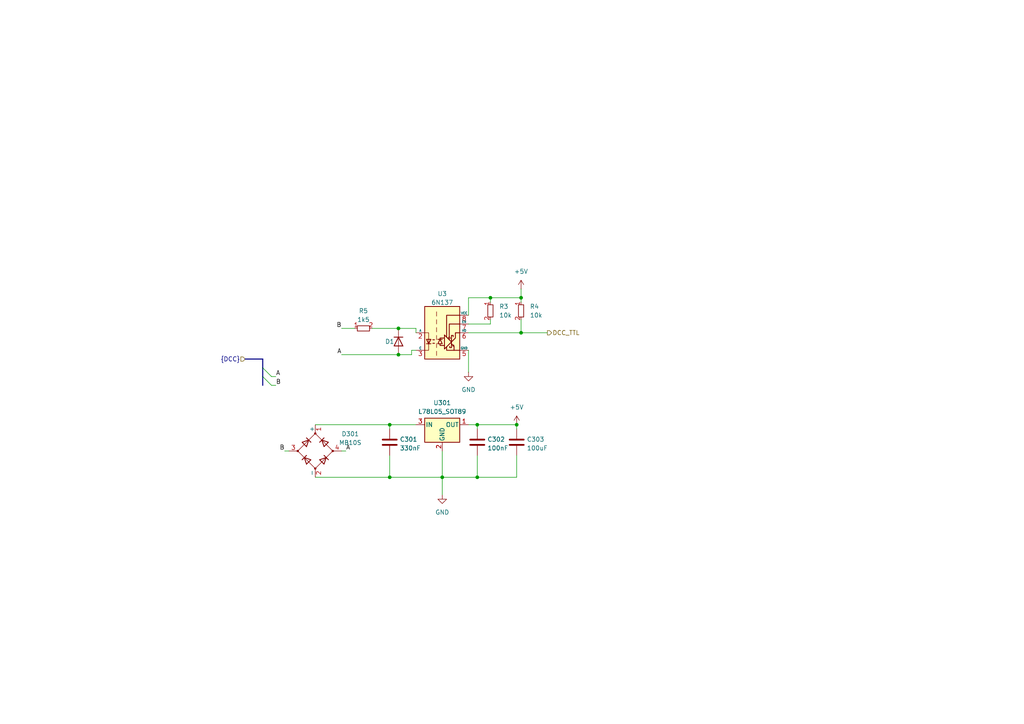
<source format=kicad_sch>
(kicad_sch (version 20231120) (generator "eeschema") (generator_version "8.0")
  (paper "A4")
  (lib_symbols
    (symbol "Device:C" (pin_numbers hide) (pin_names (offset 0.254))
      (property "Reference" "C" (at 0.635 2.54 0))
      (property "Value" "C" (at 0.635 -2.54 0))
      (symbol "C_0_1"
        (polyline (pts (xy -2.032 -0.762) (xy 2.032 -0.762)) (stroke (width 0.508)))
        (polyline (pts (xy -2.032 0.762) (xy 2.032 0.762)) (stroke (width 0.508)))
      )
      (symbol "C_1_1"
        (pin passive line (at 0 3.81 270) (length 2.794) (name "~") (number "1"))
        (pin passive line (at 0 -3.81 90) (length 2.794) (name "~") (number "2"))
      )
    )
    (symbol "Device:D" (pin_numbers hide) (pin_names (offset 1.016) hide)
      (property "Reference" "D" (at 0 2.54 0))
      (property "Value" "D" (at 0 -2.54 0))
      (symbol "D_0_1"
        (polyline (pts (xy -1.27 1.27) (xy -1.27 -1.27)) (stroke (width 0.254)))
        (polyline (pts (xy 1.27 0) (xy -1.27 0)))
        (polyline (pts (xy 1.27 1.27) (xy 1.27 -1.27) (xy -1.27 0) (xy 1.27 1.27)) (stroke (width 0.254)))
      )
      (symbol "D_1_1"
        (pin passive line (at -3.81 0 0) (length 2.54) (name "K") (number "1"))
        (pin passive line (at 3.81 0 180) (length 2.54) (name "A") (number "2"))
      )
    )
    (symbol "Isolator:6N137" (pin_names (offset 0))
      (property "Reference" "U" (at -4.064 8.89 0))
      (property "Value" "6N137" (at 0 -8.89 0))
      (symbol "6N137_0_1"
        (polyline (pts (xy 2.667 -3.556) (xy 2.667 -1.651)) (stroke (width 0.254)))
        (polyline (pts (xy 2.667 -2.159) (xy 2.667 -2.921)) (stroke (width 0.254)))
        (polyline (pts (xy 3.429 -3.937) (xy 3.429 -5.08)) (stroke (width 0.254)))
        (polyline (pts (xy -0.635 -3.302) (xy -0.635 -3.683) (xy 0.635 -3.683)) (stroke (width 0.254)))
        (polyline (pts (xy -0.635 -1.905) (xy -0.635 -1.524) (xy 0.508 -1.524)) (stroke (width 0.254)))
        (polyline (pts (xy 1.27 -4.064) (xy 1.27 -5.08) (xy 5.08 -5.08)) (stroke (width 0.254)))
        (polyline (pts (xy 1.27 -1.27) (xy 1.27 5.08) (xy 5.08 5.08)) (stroke (width 0.254)))
        (polyline (pts (xy 2.032 -1.27) (xy 2.032 2.54) (xy 5.08 2.54)) (stroke (width 0.254)))
        (polyline (pts (xy -5.08 -5.08) (xy -3.937 -5.08) (xy -3.937 0) (xy -5.08 0)))
        (polyline (pts (xy 2.667 -3.302) (xy 2.667 -4.318) (xy 2.159 -4.318) (xy 2.159 -3.937)) (stroke (width 0.254)))
        (polyline (pts (xy 2.667 -2.667) (xy 0.635 -4.699) (xy 0.635 -0.635) (xy 2.667 -2.667)) (stroke (width 0.254)))
        (polyline (pts (xy 2.667 -1.778) (xy 2.667 -0.762) (xy 3.175 -0.762) (xy 3.175 -1.143)) (stroke (width 0.254)))
        (polyline (pts (xy 2.794 -2.54) (xy 3.81 -1.524) (xy 3.81 0) (xy 5.08 0)) (stroke (width 0.254)))
        (polyline (pts (xy 2.667 -3.175) (xy 3.429 -3.937) (xy 3.302 -3.556) (xy 3.048 -3.81) (xy 3.429 -3.937)) (stroke (width 0.254)))
        (circle (center 2.032 -1.524) (radius 0.254) (stroke (width 0.254)))
      )
      (symbol "6N137_1_1"
        (rectangle (start -5.08 7.62) (end 5.08 -7.62) (stroke (width 0.254)) (fill (type background)))
        (polyline (pts (xy -4.572 -3.175) (xy -3.302 -3.175)) (stroke (width 0.254)))
        (polyline (pts (xy -1.651 -5.334) (xy -1.651 -6.604)))
        (polyline (pts (xy -1.651 -3.048) (xy -1.651 -4.318)))
        (polyline (pts (xy -1.651 -0.762) (xy -1.651 -2.032)))
        (polyline (pts (xy -1.651 1.524) (xy -1.651 0.254)))
        (polyline (pts (xy -1.651 3.81) (xy -1.651 2.54)))
        (polyline (pts (xy -1.651 6.096) (xy -1.651 4.826)))
        (polyline (pts (xy -1.27 -1.905) (xy 0 -1.905)) (stroke (width 0.254)))
        (polyline (pts (xy -3.937 -3.175) (xy -4.572 -1.905) (xy -3.302 -1.905) (xy -3.937 -3.175)) (stroke (width 0.254)))
        (polyline (pts (xy -0.635 -1.905) (xy -1.27 -3.175) (xy 0 -3.175) (xy -0.635 -1.905)) (stroke (width 0.254)))
        (polyline (pts (xy -2.921 -3.048) (xy -2.159 -3.048) (xy -2.54 -3.175) (xy -2.54 -2.921) (xy -2.159 -3.048)) (stroke (width 0.127)))
        (polyline (pts (xy -2.921 -2.032) (xy -2.159 -2.032) (xy -2.54 -2.159) (xy -2.54 -1.905) (xy -2.159 -2.032)) (stroke (width 0.127)))
        (pin no_connect line (at -5.08 5.08 0) (length 2.54) hide (name "NC") (number "1"))
        (pin passive line (at -7.62 0 0) (length 2.54) (name "A") (number "2"))
        (pin passive line (at -7.62 -5.08 0) (length 2.54) (name "C") (number "3"))
        (pin power_in line (at 7.62 -5.08 180) (length 2.54) (name "GND") (number "5"))
        (pin open_collector line (at 7.62 0 180) (length 2.54) (name "VO") (number "6"))
        (pin input line (at 7.62 2.54 180) (length 2.54) (name "EN") (number "7"))
        (pin power_in line (at 7.62 5.08 180) (length 2.54) (name "VCC") (number "8"))
      )
    )
    (symbol "Regulator_Linear:L78L05_SOT89" (pin_names (offset 0.254))
      (property "Reference" "U" (at -3.81 3.175 0))
      (property "Value" "L78L05_SOT89" (at -0.635 3.175 0))
      (symbol "L78L05_SOT89_0_1"
        (rectangle (start -5.08 1.905) (end 5.08 -5.08) (stroke (width 0.254)) (fill (type background)))
      )
      (symbol "L78L05_SOT89_1_1"
        (pin power_out line (at 7.62 0 180) (length 2.54) (name "OUT") (number "1"))
        (pin power_in line (at 0 -7.62 90) (length 2.54) (name "GND") (number "2"))
        (pin power_in line (at -7.62 0 0) (length 2.54) (name "IN") (number "3"))
      )
    )
    (symbol "custom_kicad_lib_sk:MB10S" (pin_names (offset 0))
      (property "Reference" "D" (at 2.54 6.985 0))
      (property "Value" "MB10S" (at 2.54 5.08 0))
      (symbol "MB10S_0_1"
        (circle (center -5.08 0) (radius 0.254) (fill (type outline)))
        (circle (center 0 -5.08) (radius 0.254) (fill (type outline)))
        (polyline (pts (xy -2.54 3.81) (xy -1.27 2.54)) (stroke (width 0.254)))
        (polyline (pts (xy -1.27 -2.54) (xy -2.54 -3.81)) (stroke (width 0.254)))
        (polyline (pts (xy 2.54 -1.27) (xy 3.81 -2.54)) (stroke (width 0.254)))
        (polyline (pts (xy 2.54 1.27) (xy 3.81 2.54)) (stroke (width 0.254)))
        (polyline (pts (xy -3.81 2.54) (xy -2.54 1.27) (xy -1.905 3.175) (xy -3.81 2.54)) (stroke (width 0.254)))
        (polyline (pts (xy -2.54 -1.27) (xy -3.81 -2.54) (xy -1.905 -3.175) (xy -2.54 -1.27)) (stroke (width 0.254)))
        (polyline (pts (xy 1.27 2.54) (xy 2.54 3.81) (xy 3.175 1.905) (xy 1.27 2.54)) (stroke (width 0.254)))
        (polyline (pts (xy 3.175 -1.905) (xy 1.27 -2.54) (xy 2.54 -3.81) (xy 3.175 -1.905)) (stroke (width 0.254)))
        (polyline (pts (xy -5.08 0) (xy 0 -5.08) (xy 5.08 0) (xy 0 5.08) (xy -5.08 0)))
        (circle (center 0 5.08) (radius 0.254) (fill (type outline)))
        (circle (center 5.08 0) (radius 0.254) (fill (type outline)))
      )
      (symbol "MB10S_1_1"
        (pin passive line (at 7.62 0 180) (length 2.54) (name "+") (number "1"))
        (pin passive line (at -7.62 0 0) (length 2.54) (name "-") (number "2"))
        (pin passive line (at 0 7.62 270) (length 2.54) (name "~") (number "3"))
        (pin passive line (at 0 -7.62 90) (length 2.54) (name "~") (number "4"))
      )
    )
    (symbol "power:+5V" (power) (pin_numbers hide) (pin_names (offset 0) hide)
      (property "Value" "+5V" (at 0 3.556 0))
      (symbol "+5V_0_1"
        (polyline (pts (xy -0.762 1.27) (xy 0 2.54)))
        (polyline (pts (xy 0 0) (xy 0 2.54)))
        (polyline (pts (xy 0 2.54) (xy 0.762 1.27)))
      )
      (symbol "+5V_1_1"
        (pin power_in line (at 0 0 90) (length 0) (name "~") (number "1"))
      )
    )
    (symbol "power:GND" (power) (pin_numbers hide) (pin_names (offset 0) hide)
      (property "Value" "GND" (at 0 -3.81 0))
      (symbol "GND_0_1"
        (polyline (pts (xy 0 0) (xy 0 -1.27) (xy 1.27 -1.27) (xy 0 -2.54) (xy -1.27 -1.27) (xy 0 -1.27)))
      )
      (symbol "GND_1_1"
        (pin power_in line (at 0 0 270) (length 0) (name "~") (number "1"))
      )
    )
    (symbol "resistors_0603:R_10k_0603"
      (property "Reference" "R" (at 1.27 2.54 0))
      (property "Value" "10k" (at 2.54 -2.54 0))
      (symbol "R_10k_0603_0_1"
        (rectangle (start -0.762 1.778) (end 0.762 -1.778) (stroke (width 0.2032)))
      )
      (symbol "R_10k_0603_1_1"
        (pin passive line (at 0 2.54 270) (length 0.762) (name "~") (number "1"))
        (pin passive line (at 0 -2.54 90) (length 0.762) (name "~") (number "2"))
      )
    )
    (symbol "resistors_0603:R_1k5_0603"
      (property "Reference" "R" (at 1.27 2.54 0))
      (property "Value" "1k5" (at 2.54 -2.54 0))
      (symbol "R_1k5_0603_0_1"
        (rectangle (start -0.762 1.778) (end 0.762 -1.778) (stroke (width 0.2032)))
      )
      (symbol "R_1k5_0603_1_1"
        (pin passive line (at 0 2.54 270) (length 0.762) (name "~") (number "1"))
        (pin passive line (at 0 -2.54 90) (length 0.762) (name "~") (number "2"))
      )
    )
  )
  (junction (at 138.43 138.43))
  (junction (at 115.57 102.87))
  (junction (at 151.13 96.52))
  (junction (at 115.57 95.25))
  (junction (at 113.03 138.43))
  (junction (at 149.86 123.19))
  (junction (at 151.13 86.36))
  (junction (at 138.43 123.19))
  (junction (at 113.03 123.19))
  (junction (at 142.24 86.36))
  (junction (at 128.27 138.43))
  (bus_entry (at 76.2 106.68) (size 2.54 2.54))
  (bus_entry (at 76.2 109.22) (size 2.54 2.54))
  (wire (pts (xy 151.13 83.82) (xy 151.13 86.36)))
  (wire (pts (xy 135.89 101.6) (xy 135.89 107.95)))
  (bus (pts (xy 71.12 104.14) (xy 76.2 104.14)))
  (bus (pts (xy 76.2 109.22) (xy 76.2 106.68)))
  (wire (pts (xy 149.86 132.08) (xy 149.86 138.43)))
  (wire (pts (xy 78.74 109.22) (xy 80.01 109.22)))
  (wire (pts (xy 113.03 123.19) (xy 120.65 123.19)))
  (wire (pts (xy 138.43 124.46) (xy 138.43 123.19)))
  (wire (pts (xy 82.55 130.81) (xy 83.82 130.81)))
  (wire (pts (xy 151.13 96.52) (xy 158.75 96.52)))
  (wire (pts (xy 142.24 86.36) (xy 142.24 87.63)))
  (wire (pts (xy 142.24 92.71) (xy 142.24 93.98)))
  (wire (pts (xy 128.27 130.81) (xy 128.27 138.43)))
  (wire (pts (xy 151.13 86.36) (xy 151.13 87.63)))
  (wire (pts (xy 113.03 123.19) (xy 113.03 124.46)))
  (wire (pts (xy 135.89 96.52) (xy 151.13 96.52)))
  (wire (pts (xy 128.27 138.43) (xy 138.43 138.43)))
  (wire (pts (xy 142.24 86.36) (xy 151.13 86.36)))
  (wire (pts (xy 115.57 95.25) (xy 120.65 95.25)))
  (wire (pts (xy 128.27 138.43) (xy 128.27 143.51)))
  (wire (pts (xy 91.44 138.43) (xy 113.03 138.43)))
  (wire (pts (xy 115.57 102.87) (xy 119.38 102.87)))
  (wire (pts (xy 135.89 86.36) (xy 142.24 86.36)))
  (wire (pts (xy 113.03 132.08) (xy 113.03 138.43)))
  (wire (pts (xy 119.38 101.6) (xy 119.38 102.87)))
  (wire (pts (xy 99.06 102.87) (xy 115.57 102.87)))
  (wire (pts (xy 138.43 132.08) (xy 138.43 138.43)))
  (wire (pts (xy 120.65 96.52) (xy 120.65 95.25)))
  (bus (pts (xy 76.2 111.76) (xy 76.2 109.22)))
  (wire (pts (xy 138.43 138.43) (xy 149.86 138.43)))
  (wire (pts (xy 149.86 124.46) (xy 149.86 123.19)))
  (wire (pts (xy 138.43 123.19) (xy 149.86 123.19)))
  (wire (pts (xy 135.89 93.98) (xy 142.24 93.98)))
  (wire (pts (xy 135.89 91.44) (xy 135.89 86.36)))
  (wire (pts (xy 135.89 123.19) (xy 138.43 123.19)))
  (wire (pts (xy 91.44 123.19) (xy 113.03 123.19)))
  (bus (pts (xy 76.2 106.68) (xy 76.2 104.14)))
  (wire (pts (xy 78.74 111.76) (xy 80.01 111.76)))
  (wire (pts (xy 99.06 130.81) (xy 100.33 130.81)))
  (wire (pts (xy 113.03 138.43) (xy 128.27 138.43)))
  (wire (pts (xy 107.95 95.25) (xy 115.57 95.25)))
  (wire (pts (xy 151.13 92.71) (xy 151.13 96.52)))
  (wire (pts (xy 99.06 95.25) (xy 102.87 95.25)))
  (wire (pts (xy 120.65 101.6) (xy 119.38 101.6)))
  (label "A" (at 80.01 109.22 0))
  (label "B" (at 82.55 130.81 180))
  (label "B" (at 80.01 111.76 0))
  (label "A" (at 99.06 102.87 180))
  (label "A" (at 100.33 130.81 0))
  (label "B" (at 99.06 95.25 180))
  (hierarchical_label "{DCC}" (shape input) (at 71.12 104.14 180))
  (hierarchical_label "DCC_TTL" (shape output) (at 158.75 96.52 0))
  (symbol (lib_id "Regulator_Linear:L78L05_SOT89") (at 128.27 123.19 0) (unit 1)
    (property "Reference" "U301" (at 128.27 116.84 0))
    (property "Value" "L78L05_SOT89" (at 128.27 119.38 0))
    (property "Footprint" "Package_TO_SOT_SMD:SOT-89-3" (effects (hide yes)))
    (property "Datasheet" "http://www.st.com/content/ccc/resource/technical/document/datasheet/15/55/e5/aa/23/5b/43/fd/CD00000446.pdf/files/CD00000446.pdf/jcr:content/translations/en.CD00000446.pdf" (effects (hide yes)))
    (property "Description" "Positive 100mA 30V Linear Regulator, Fixed Output 5V, SOT-89" (effects (hide yes)))
    (property "JLCPCB Part#" "C42738" (effects (hide yes)))
  )
  (symbol (lib_id "custom_kicad_lib_sk:MB10S") (at 91.44 130.81 90) (unit 1)
    (property "Reference" "D301" (at 101.6 125.8568 90))
    (property "Value" "MB10S" (at 101.6 128.3968 90))
    (property "Footprint" "Package_TO_SOT_SMD:TO-269AA" (effects (hide yes)))
    (property "Description" "Diode bridge, +ve/-ve/AC/AC" (effects (hide yes)))
    (property "JLCPCB Part#" "C2488" (effects (hide yes)))
  )
  (symbol (lib_id "power:GND") (at 128.27 143.51 0) (unit 1)
    (property "Reference" "#PWR0303" (effects (hide yes)))
    (property "Value" "GND" (at 128.27 148.59 0))
    (property "Description" "Power symbol creates a global label with name \"GND\" , ground" (effects (hide yes)))
  )
  (symbol (lib_id "power:+5V") (at 149.86 123.19 0) (unit 1)
    (property "Reference" "#PWR0304" (effects (hide yes)))
    (property "Value" "+5V" (at 149.86 118.11 0))
    (property "Description" "Power symbol creates a global label with name \"+5V\"" (effects (hide yes)))
  )
  (symbol (lib_id "Device:C") (at 138.43 128.27 0) (unit 1)
    (property "Reference" "C302" (at 141.351 127.4353 0) (effects (justify left)))
    (property "Value" "100nF" (at 141.351 129.9722 0) (effects (justify left)))
    (property "Footprint" "Capacitor_SMD:C_0603_1608Metric_Pad1.08x0.95mm_HandSolder" (effects (hide yes)))
    (property "JLCPCB Part#" "C14663" (effects (hide yes)))
  )
  (symbol (lib_id "resistors_0603:R_10k_0603") (at 142.24 90.17 0) (unit 1)
    (property "Reference" "R3" (at 144.78 88.8999 0) (effects (justify left)))
    (property "Value" "10k" (at 144.78 91.4399 0) (effects (justify left)))
    (property "Footprint" "custom_kicad_lib_sk:R_0603_smalltext" (effects (hide yes)))
    (property "JLCPCB Part#" "C25804" (effects (hide yes)))
  )
  (symbol (lib_id "Device:C") (at 149.86 128.27 0) (unit 1)
    (property "Reference" "C303" (at 152.781 127.4353 0) (effects (justify left)))
    (property "Value" "100uF" (at 152.781 129.9722 0) (effects (justify left)))
    (property "Footprint" "Capacitor_SMD:C_1206_3216Metric_Pad1.33x1.80mm_HandSolder" (effects (hide yes)))
    (property "JLCPCB Part#" "C15008" (effects (hide yes)))
  )
  (symbol (lib_id "resistors_0603:R_10k_0603") (at 151.13 90.17 0) (unit 1)
    (property "Reference" "R4" (at 153.67 88.8999 0) (effects (justify left)))
    (property "Value" "10k" (at 153.67 91.4399 0) (effects (justify left)))
    (property "Footprint" "custom_kicad_lib_sk:R_0603_smalltext" (effects (hide yes)))
    (property "JLCPCB Part#" "C25804" (effects (hide yes)))
  )
  (symbol (lib_id "Isolator:6N137") (at 128.27 96.52 0) (unit 1)
    (property "Reference" "U3" (at 128.27 85.2002 0))
    (property "Value" "6N137" (at 128.27 87.7371 0))
    (property "Footprint" "Package_SO:SOP-8_6.62x9.15mm_P2.54mm" (effects (hide yes)))
    (property "Datasheet" "https://datasheet.lcsc.com/szlcsc/1908282202_Everlight-Elec-6N137S1-TA_C110020.pdf" (effects (hide yes)))
    (property "JLCPCB Part#" "C110020" (effects (hide yes)))
  )
  (symbol (lib_id "Device:D") (at 115.57 99.06 270) (unit 1)
    (property "Reference" "D1" (at 113.03 99.06 90))
    (property "Value" "D" (effects (hide yes)))
    (property "Footprint" "Diode_SMD:D_SOD-323" (effects (hide yes)))
    (property "JLCPCB Part#" "C2128" (effects (hide yes)))
  )
  (symbol (lib_id "Device:C") (at 113.03 128.27 0) (unit 1)
    (property "Reference" "C301" (at 115.951 127.4353 0) (effects (justify left)))
    (property "Value" "330nF" (at 115.951 129.9722 0) (effects (justify left)))
    (property "Footprint" "Capacitor_SMD:C_0603_1608Metric_Pad1.08x0.95mm_HandSolder" (effects (hide yes)))
    (property "JLCPCB Part#" "C1615" (effects (hide yes)))
  )
  (symbol (lib_id "power:GND") (at 135.89 107.95 0) (unit 1)
    (property "Reference" "#PWR0302" (effects (hide yes)))
    (property "Value" "GND" (at 135.89 113.03 0))
    (property "Description" "Power symbol creates a global label with name \"GND\" , ground" (effects (hide yes)))
  )
  (symbol (lib_id "power:+5V") (at 151.13 83.82 0) (unit 1)
    (property "Reference" "#PWR0301" (effects (hide yes)))
    (property "Value" "+5V" (at 151.13 78.74 0))
    (property "Description" "Power symbol creates a global label with name \"+5V\"" (effects (hide yes)))
  )
  (symbol (lib_id "resistors_0603:R_1k5_0603") (at 105.41 95.25 90) (unit 1)
    (property "Reference" "R5" (at 105.41 90.17 90))
    (property "Value" "1k5" (at 105.41 92.71 90))
    (property "Footprint" "custom_kicad_lib_sk:R_0603_smalltext" (effects (hide yes)))
    (property "JLCPCB Part#" "C22843" (effects (hide yes)))
  )
)
</source>
